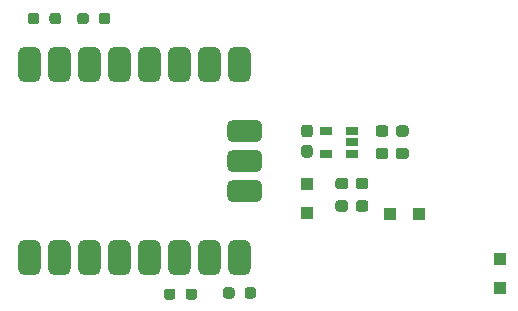
<source format=gbr>
%TF.GenerationSoftware,KiCad,Pcbnew,(5.1.10)-1*%
%TF.CreationDate,2021-11-13T20:10:17+01:00*%
%TF.ProjectId,Muino_debugger,4d75696e-6f5f-4646-9562-75676765722e,rev?*%
%TF.SameCoordinates,Original*%
%TF.FileFunction,Paste,Top*%
%TF.FilePolarity,Positive*%
%FSLAX46Y46*%
G04 Gerber Fmt 4.6, Leading zero omitted, Abs format (unit mm)*
G04 Created by KiCad (PCBNEW (5.1.10)-1) date 2021-11-13 20:10:17*
%MOMM*%
%LPD*%
G01*
G04 APERTURE LIST*
%ADD10R,1.000000X1.000000*%
%ADD11R,1.060000X0.650000*%
G04 APERTURE END LIST*
D10*
%TO.C,D2*%
X112395000Y-76835000D03*
X112395000Y-79335000D03*
%TD*%
%TO.C,R4*%
G36*
G01*
X94762500Y-63102500D02*
X94762500Y-62627500D01*
G75*
G02*
X95000000Y-62390000I237500J0D01*
G01*
X95500000Y-62390000D01*
G75*
G02*
X95737500Y-62627500I0J-237500D01*
G01*
X95737500Y-63102500D01*
G75*
G02*
X95500000Y-63340000I-237500J0D01*
G01*
X95000000Y-63340000D01*
G75*
G02*
X94762500Y-63102500I0J237500D01*
G01*
G37*
G36*
G01*
X92937500Y-63102500D02*
X92937500Y-62627500D01*
G75*
G02*
X93175000Y-62390000I237500J0D01*
G01*
X93675000Y-62390000D01*
G75*
G02*
X93912500Y-62627500I0J-237500D01*
G01*
X93912500Y-63102500D01*
G75*
G02*
X93675000Y-63340000I-237500J0D01*
G01*
X93175000Y-63340000D01*
G75*
G02*
X92937500Y-63102500I0J237500D01*
G01*
G37*
%TD*%
%TO.C,R3*%
G36*
G01*
X89745000Y-62627500D02*
X89745000Y-63102500D01*
G75*
G02*
X89507500Y-63340000I-237500J0D01*
G01*
X89007500Y-63340000D01*
G75*
G02*
X88770000Y-63102500I0J237500D01*
G01*
X88770000Y-62627500D01*
G75*
G02*
X89007500Y-62390000I237500J0D01*
G01*
X89507500Y-62390000D01*
G75*
G02*
X89745000Y-62627500I0J-237500D01*
G01*
G37*
G36*
G01*
X91570000Y-62627500D02*
X91570000Y-63102500D01*
G75*
G02*
X91332500Y-63340000I-237500J0D01*
G01*
X90832500Y-63340000D01*
G75*
G02*
X90595000Y-63102500I0J237500D01*
G01*
X90595000Y-62627500D01*
G75*
G02*
X90832500Y-62390000I237500J0D01*
G01*
X91332500Y-62390000D01*
G75*
G02*
X91570000Y-62627500I0J-237500D01*
G01*
G37*
%TD*%
D11*
%TO.C,U1*%
X114005000Y-74295000D03*
X114005000Y-72395000D03*
X116205000Y-72395000D03*
X116205000Y-73345000D03*
X116205000Y-74295000D03*
%TD*%
%TO.C,R2*%
G36*
G01*
X106262500Y-85862500D02*
X106262500Y-86337500D01*
G75*
G02*
X106025000Y-86575000I-237500J0D01*
G01*
X105525000Y-86575000D01*
G75*
G02*
X105287500Y-86337500I0J237500D01*
G01*
X105287500Y-85862500D01*
G75*
G02*
X105525000Y-85625000I237500J0D01*
G01*
X106025000Y-85625000D01*
G75*
G02*
X106262500Y-85862500I0J-237500D01*
G01*
G37*
G36*
G01*
X108087500Y-85862500D02*
X108087500Y-86337500D01*
G75*
G02*
X107850000Y-86575000I-237500J0D01*
G01*
X107350000Y-86575000D01*
G75*
G02*
X107112500Y-86337500I0J237500D01*
G01*
X107112500Y-85862500D01*
G75*
G02*
X107350000Y-85625000I237500J0D01*
G01*
X107850000Y-85625000D01*
G75*
G02*
X108087500Y-85862500I0J-237500D01*
G01*
G37*
%TD*%
%TO.C,R1*%
G36*
G01*
X101262500Y-85962500D02*
X101262500Y-86437500D01*
G75*
G02*
X101025000Y-86675000I-237500J0D01*
G01*
X100525000Y-86675000D01*
G75*
G02*
X100287500Y-86437500I0J237500D01*
G01*
X100287500Y-85962500D01*
G75*
G02*
X100525000Y-85725000I237500J0D01*
G01*
X101025000Y-85725000D01*
G75*
G02*
X101262500Y-85962500I0J-237500D01*
G01*
G37*
G36*
G01*
X103087500Y-85962500D02*
X103087500Y-86437500D01*
G75*
G02*
X102850000Y-86675000I-237500J0D01*
G01*
X102350000Y-86675000D01*
G75*
G02*
X102112500Y-86437500I0J237500D01*
G01*
X102112500Y-85962500D01*
G75*
G02*
X102350000Y-85725000I237500J0D01*
G01*
X102850000Y-85725000D01*
G75*
G02*
X103087500Y-85962500I0J-237500D01*
G01*
G37*
%TD*%
D10*
%TO.C,D3*%
X128700000Y-83200000D03*
X128700000Y-85700000D03*
%TD*%
%TO.C,D1*%
X119420000Y-79375000D03*
X121920000Y-79375000D03*
%TD*%
%TO.C,C5*%
G36*
G01*
X115880000Y-78502500D02*
X115880000Y-78977500D01*
G75*
G02*
X115642500Y-79215000I-237500J0D01*
G01*
X115042500Y-79215000D01*
G75*
G02*
X114805000Y-78977500I0J237500D01*
G01*
X114805000Y-78502500D01*
G75*
G02*
X115042500Y-78265000I237500J0D01*
G01*
X115642500Y-78265000D01*
G75*
G02*
X115880000Y-78502500I0J-237500D01*
G01*
G37*
G36*
G01*
X117605000Y-78502500D02*
X117605000Y-78977500D01*
G75*
G02*
X117367500Y-79215000I-237500J0D01*
G01*
X116767500Y-79215000D01*
G75*
G02*
X116530000Y-78977500I0J237500D01*
G01*
X116530000Y-78502500D01*
G75*
G02*
X116767500Y-78265000I237500J0D01*
G01*
X117367500Y-78265000D01*
G75*
G02*
X117605000Y-78502500I0J-237500D01*
G01*
G37*
%TD*%
%TO.C,C4*%
G36*
G01*
X115880000Y-76597500D02*
X115880000Y-77072500D01*
G75*
G02*
X115642500Y-77310000I-237500J0D01*
G01*
X115042500Y-77310000D01*
G75*
G02*
X114805000Y-77072500I0J237500D01*
G01*
X114805000Y-76597500D01*
G75*
G02*
X115042500Y-76360000I237500J0D01*
G01*
X115642500Y-76360000D01*
G75*
G02*
X115880000Y-76597500I0J-237500D01*
G01*
G37*
G36*
G01*
X117605000Y-76597500D02*
X117605000Y-77072500D01*
G75*
G02*
X117367500Y-77310000I-237500J0D01*
G01*
X116767500Y-77310000D01*
G75*
G02*
X116530000Y-77072500I0J237500D01*
G01*
X116530000Y-76597500D01*
G75*
G02*
X116767500Y-76360000I237500J0D01*
G01*
X117367500Y-76360000D01*
G75*
G02*
X117605000Y-76597500I0J-237500D01*
G01*
G37*
%TD*%
%TO.C,C3*%
G36*
G01*
X112157500Y-73577500D02*
X112632500Y-73577500D01*
G75*
G02*
X112870000Y-73815000I0J-237500D01*
G01*
X112870000Y-74415000D01*
G75*
G02*
X112632500Y-74652500I-237500J0D01*
G01*
X112157500Y-74652500D01*
G75*
G02*
X111920000Y-74415000I0J237500D01*
G01*
X111920000Y-73815000D01*
G75*
G02*
X112157500Y-73577500I237500J0D01*
G01*
G37*
G36*
G01*
X112157500Y-71852500D02*
X112632500Y-71852500D01*
G75*
G02*
X112870000Y-72090000I0J-237500D01*
G01*
X112870000Y-72690000D01*
G75*
G02*
X112632500Y-72927500I-237500J0D01*
G01*
X112157500Y-72927500D01*
G75*
G02*
X111920000Y-72690000I0J237500D01*
G01*
X111920000Y-72090000D01*
G75*
G02*
X112157500Y-71852500I237500J0D01*
G01*
G37*
%TD*%
%TO.C,C2*%
G36*
G01*
X119932500Y-74532500D02*
X119932500Y-74057500D01*
G75*
G02*
X120170000Y-73820000I237500J0D01*
G01*
X120770000Y-73820000D01*
G75*
G02*
X121007500Y-74057500I0J-237500D01*
G01*
X121007500Y-74532500D01*
G75*
G02*
X120770000Y-74770000I-237500J0D01*
G01*
X120170000Y-74770000D01*
G75*
G02*
X119932500Y-74532500I0J237500D01*
G01*
G37*
G36*
G01*
X118207500Y-74532500D02*
X118207500Y-74057500D01*
G75*
G02*
X118445000Y-73820000I237500J0D01*
G01*
X119045000Y-73820000D01*
G75*
G02*
X119282500Y-74057500I0J-237500D01*
G01*
X119282500Y-74532500D01*
G75*
G02*
X119045000Y-74770000I-237500J0D01*
G01*
X118445000Y-74770000D01*
G75*
G02*
X118207500Y-74532500I0J237500D01*
G01*
G37*
%TD*%
%TO.C,C1*%
G36*
G01*
X119932500Y-72627500D02*
X119932500Y-72152500D01*
G75*
G02*
X120170000Y-71915000I237500J0D01*
G01*
X120770000Y-71915000D01*
G75*
G02*
X121007500Y-72152500I0J-237500D01*
G01*
X121007500Y-72627500D01*
G75*
G02*
X120770000Y-72865000I-237500J0D01*
G01*
X120170000Y-72865000D01*
G75*
G02*
X119932500Y-72627500I0J237500D01*
G01*
G37*
G36*
G01*
X118207500Y-72627500D02*
X118207500Y-72152500D01*
G75*
G02*
X118445000Y-71915000I237500J0D01*
G01*
X119045000Y-71915000D01*
G75*
G02*
X119282500Y-72152500I0J-237500D01*
G01*
X119282500Y-72627500D01*
G75*
G02*
X119045000Y-72865000I-237500J0D01*
G01*
X118445000Y-72865000D01*
G75*
G02*
X118207500Y-72627500I0J237500D01*
G01*
G37*
%TD*%
%TO.C,A1*%
G36*
G01*
X105620000Y-72808000D02*
X105620000Y-71972000D01*
G75*
G02*
X106152000Y-71440000I532000J0D01*
G01*
X108088000Y-71440000D01*
G75*
G02*
X108620000Y-71972000I0J-532000D01*
G01*
X108620000Y-72808000D01*
G75*
G02*
X108088000Y-73340000I-532000J0D01*
G01*
X106152000Y-73340000D01*
G75*
G02*
X105620000Y-72808000I0J532000D01*
G01*
G37*
G36*
G01*
X105620000Y-77888000D02*
X105620000Y-77052000D01*
G75*
G02*
X106152000Y-76520000I532000J0D01*
G01*
X108088000Y-76520000D01*
G75*
G02*
X108620000Y-77052000I0J-532000D01*
G01*
X108620000Y-77888000D01*
G75*
G02*
X108088000Y-78420000I-532000J0D01*
G01*
X106152000Y-78420000D01*
G75*
G02*
X105620000Y-77888000I0J532000D01*
G01*
G37*
G36*
G01*
X105620000Y-75348000D02*
X105620000Y-74512000D01*
G75*
G02*
X106152000Y-73980000I532000J0D01*
G01*
X108088000Y-73980000D01*
G75*
G02*
X108620000Y-74512000I0J-532000D01*
G01*
X108620000Y-75348000D01*
G75*
G02*
X108088000Y-75880000I-532000J0D01*
G01*
X106152000Y-75880000D01*
G75*
G02*
X105620000Y-75348000I0J532000D01*
G01*
G37*
G36*
G01*
X105730000Y-84068000D02*
X105730000Y-82132000D01*
G75*
G02*
X106262000Y-81600000I532000J0D01*
G01*
X107098000Y-81600000D01*
G75*
G02*
X107630000Y-82132000I0J-532000D01*
G01*
X107630000Y-84068000D01*
G75*
G02*
X107098000Y-84600000I-532000J0D01*
G01*
X106262000Y-84600000D01*
G75*
G02*
X105730000Y-84068000I0J532000D01*
G01*
G37*
G36*
G01*
X95570000Y-84068000D02*
X95570000Y-82132000D01*
G75*
G02*
X96102000Y-81600000I532000J0D01*
G01*
X96938000Y-81600000D01*
G75*
G02*
X97470000Y-82132000I0J-532000D01*
G01*
X97470000Y-84068000D01*
G75*
G02*
X96938000Y-84600000I-532000J0D01*
G01*
X96102000Y-84600000D01*
G75*
G02*
X95570000Y-84068000I0J532000D01*
G01*
G37*
G36*
G01*
X98110000Y-84068000D02*
X98110000Y-82132000D01*
G75*
G02*
X98642000Y-81600000I532000J0D01*
G01*
X99478000Y-81600000D01*
G75*
G02*
X100010000Y-82132000I0J-532000D01*
G01*
X100010000Y-84068000D01*
G75*
G02*
X99478000Y-84600000I-532000J0D01*
G01*
X98642000Y-84600000D01*
G75*
G02*
X98110000Y-84068000I0J532000D01*
G01*
G37*
G36*
G01*
X100650000Y-84068000D02*
X100650000Y-82132000D01*
G75*
G02*
X101182000Y-81600000I532000J0D01*
G01*
X102018000Y-81600000D01*
G75*
G02*
X102550000Y-82132000I0J-532000D01*
G01*
X102550000Y-84068000D01*
G75*
G02*
X102018000Y-84600000I-532000J0D01*
G01*
X101182000Y-84600000D01*
G75*
G02*
X100650000Y-84068000I0J532000D01*
G01*
G37*
G36*
G01*
X103190000Y-84068000D02*
X103190000Y-82132000D01*
G75*
G02*
X103722000Y-81600000I532000J0D01*
G01*
X104558000Y-81600000D01*
G75*
G02*
X105090000Y-82132000I0J-532000D01*
G01*
X105090000Y-84068000D01*
G75*
G02*
X104558000Y-84600000I-532000J0D01*
G01*
X103722000Y-84600000D01*
G75*
G02*
X103190000Y-84068000I0J532000D01*
G01*
G37*
G36*
G01*
X93030000Y-84068000D02*
X93030000Y-82132000D01*
G75*
G02*
X93562000Y-81600000I532000J0D01*
G01*
X94398000Y-81600000D01*
G75*
G02*
X94930000Y-82132000I0J-532000D01*
G01*
X94930000Y-84068000D01*
G75*
G02*
X94398000Y-84600000I-532000J0D01*
G01*
X93562000Y-84600000D01*
G75*
G02*
X93030000Y-84068000I0J532000D01*
G01*
G37*
G36*
G01*
X90490000Y-84068000D02*
X90490000Y-82132000D01*
G75*
G02*
X91022000Y-81600000I532000J0D01*
G01*
X91858000Y-81600000D01*
G75*
G02*
X92390000Y-82132000I0J-532000D01*
G01*
X92390000Y-84068000D01*
G75*
G02*
X91858000Y-84600000I-532000J0D01*
G01*
X91022000Y-84600000D01*
G75*
G02*
X90490000Y-84068000I0J532000D01*
G01*
G37*
G36*
G01*
X87950000Y-84068000D02*
X87950000Y-82132000D01*
G75*
G02*
X88482000Y-81600000I532000J0D01*
G01*
X89318000Y-81600000D01*
G75*
G02*
X89850000Y-82132000I0J-532000D01*
G01*
X89850000Y-84068000D01*
G75*
G02*
X89318000Y-84600000I-532000J0D01*
G01*
X88482000Y-84600000D01*
G75*
G02*
X87950000Y-84068000I0J532000D01*
G01*
G37*
G36*
G01*
X105730000Y-67728000D02*
X105730000Y-65792000D01*
G75*
G02*
X106262000Y-65260000I532000J0D01*
G01*
X107098000Y-65260000D01*
G75*
G02*
X107630000Y-65792000I0J-532000D01*
G01*
X107630000Y-67728000D01*
G75*
G02*
X107098000Y-68260000I-532000J0D01*
G01*
X106262000Y-68260000D01*
G75*
G02*
X105730000Y-67728000I0J532000D01*
G01*
G37*
G36*
G01*
X103190000Y-67728000D02*
X103190000Y-65792000D01*
G75*
G02*
X103722000Y-65260000I532000J0D01*
G01*
X104558000Y-65260000D01*
G75*
G02*
X105090000Y-65792000I0J-532000D01*
G01*
X105090000Y-67728000D01*
G75*
G02*
X104558000Y-68260000I-532000J0D01*
G01*
X103722000Y-68260000D01*
G75*
G02*
X103190000Y-67728000I0J532000D01*
G01*
G37*
G36*
G01*
X100650000Y-67728000D02*
X100650000Y-65792000D01*
G75*
G02*
X101182000Y-65260000I532000J0D01*
G01*
X102018000Y-65260000D01*
G75*
G02*
X102550000Y-65792000I0J-532000D01*
G01*
X102550000Y-67728000D01*
G75*
G02*
X102018000Y-68260000I-532000J0D01*
G01*
X101182000Y-68260000D01*
G75*
G02*
X100650000Y-67728000I0J532000D01*
G01*
G37*
G36*
G01*
X98110000Y-67728000D02*
X98110000Y-65792000D01*
G75*
G02*
X98642000Y-65260000I532000J0D01*
G01*
X99478000Y-65260000D01*
G75*
G02*
X100010000Y-65792000I0J-532000D01*
G01*
X100010000Y-67728000D01*
G75*
G02*
X99478000Y-68260000I-532000J0D01*
G01*
X98642000Y-68260000D01*
G75*
G02*
X98110000Y-67728000I0J532000D01*
G01*
G37*
G36*
G01*
X95570000Y-67728000D02*
X95570000Y-65792000D01*
G75*
G02*
X96102000Y-65260000I532000J0D01*
G01*
X96938000Y-65260000D01*
G75*
G02*
X97470000Y-65792000I0J-532000D01*
G01*
X97470000Y-67728000D01*
G75*
G02*
X96938000Y-68260000I-532000J0D01*
G01*
X96102000Y-68260000D01*
G75*
G02*
X95570000Y-67728000I0J532000D01*
G01*
G37*
G36*
G01*
X93030000Y-67728000D02*
X93030000Y-65792000D01*
G75*
G02*
X93562000Y-65260000I532000J0D01*
G01*
X94398000Y-65260000D01*
G75*
G02*
X94930000Y-65792000I0J-532000D01*
G01*
X94930000Y-67728000D01*
G75*
G02*
X94398000Y-68260000I-532000J0D01*
G01*
X93562000Y-68260000D01*
G75*
G02*
X93030000Y-67728000I0J532000D01*
G01*
G37*
G36*
G01*
X90490000Y-67728000D02*
X90490000Y-65792000D01*
G75*
G02*
X91022000Y-65260000I532000J0D01*
G01*
X91858000Y-65260000D01*
G75*
G02*
X92390000Y-65792000I0J-532000D01*
G01*
X92390000Y-67728000D01*
G75*
G02*
X91858000Y-68260000I-532000J0D01*
G01*
X91022000Y-68260000D01*
G75*
G02*
X90490000Y-67728000I0J532000D01*
G01*
G37*
G36*
G01*
X87950000Y-67728000D02*
X87950000Y-65792000D01*
G75*
G02*
X88482000Y-65260000I532000J0D01*
G01*
X89318000Y-65260000D01*
G75*
G02*
X89850000Y-65792000I0J-532000D01*
G01*
X89850000Y-67728000D01*
G75*
G02*
X89318000Y-68260000I-532000J0D01*
G01*
X88482000Y-68260000D01*
G75*
G02*
X87950000Y-67728000I0J532000D01*
G01*
G37*
%TD*%
M02*

</source>
